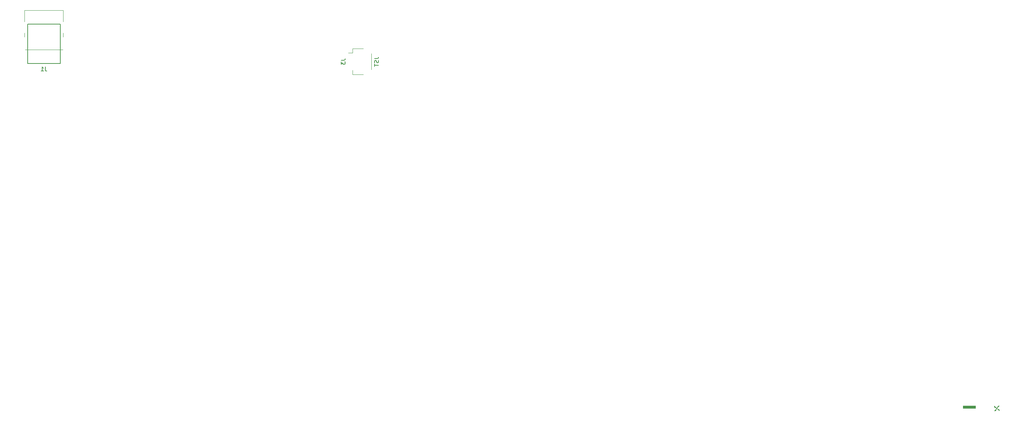
<source format=gbr>
G04 #@! TF.GenerationSoftware,KiCad,Pcbnew,(5.1.10-1-10_14)*
G04 #@! TF.CreationDate,2021-08-20T18:03:13+02:00*
G04 #@! TF.ProjectId,juliet,6a756c69-6574-42e6-9b69-6361645f7063,1*
G04 #@! TF.SameCoordinates,Original*
G04 #@! TF.FileFunction,Legend,Bot*
G04 #@! TF.FilePolarity,Positive*
%FSLAX46Y46*%
G04 Gerber Fmt 4.6, Leading zero omitted, Abs format (unit mm)*
G04 Created by KiCad (PCBNEW (5.1.10-1-10_14)) date 2021-08-20 18:03:13*
%MOMM*%
%LPD*%
G01*
G04 APERTURE LIST*
%ADD10C,0.150000*%
%ADD11C,0.120000*%
%ADD12C,0.100000*%
G04 APERTURE END LIST*
D10*
X32008968Y-54889127D02*
X24208968Y-54889127D01*
X32008968Y-54889127D02*
X32008968Y-64289127D01*
X32008968Y-64289127D02*
X24208968Y-64289127D01*
X24208968Y-64289127D02*
X24208968Y-54889127D01*
D11*
X23516968Y-51565127D02*
X32706968Y-51565127D01*
X23636968Y-60975127D02*
X32586968Y-60975127D01*
X32706968Y-54295127D02*
X32706968Y-51565127D01*
X23516968Y-54295127D02*
X23516968Y-51565127D01*
X32706968Y-57895127D02*
X32706968Y-56995127D01*
X23516968Y-57895127D02*
X23516968Y-56995127D01*
D12*
G36*
X255578750Y-146585000D02*
G01*
X254978750Y-145985000D01*
X254978750Y-146285000D01*
X255578750Y-146585000D01*
G37*
X255578750Y-146585000D02*
X254978750Y-145985000D01*
X254978750Y-146285000D01*
X255578750Y-146585000D01*
G36*
X255578750Y-146585000D02*
G01*
X254978750Y-147185000D01*
X255278750Y-147185000D01*
X255578750Y-146585000D01*
G37*
X255578750Y-146585000D02*
X254978750Y-147185000D01*
X255278750Y-147185000D01*
X255578750Y-146585000D01*
G36*
X255578750Y-146585000D02*
G01*
X256178750Y-147185000D01*
X256178750Y-146885000D01*
X255578750Y-146585000D01*
G37*
X255578750Y-146585000D02*
X256178750Y-147185000D01*
X256178750Y-146885000D01*
X255578750Y-146585000D01*
G36*
X255578750Y-146585000D02*
G01*
X256178750Y-145985000D01*
X255878750Y-145985000D01*
X255578750Y-146585000D01*
G37*
X255578750Y-146585000D02*
X256178750Y-145985000D01*
X255878750Y-145985000D01*
X255578750Y-146585000D01*
D11*
G36*
X247478750Y-146585000D02*
G01*
X250478750Y-146585000D01*
X250478750Y-145985000D01*
X247478750Y-145985000D01*
X247478750Y-146585000D01*
G37*
X247478750Y-146585000D02*
X250478750Y-146585000D01*
X250478750Y-145985000D01*
X247478750Y-145985000D01*
X247478750Y-146585000D01*
X104299375Y-60707500D02*
X101799375Y-60707500D01*
X101799375Y-60707500D02*
X101799375Y-61757500D01*
X101799375Y-61757500D02*
X100809375Y-61757500D01*
X104299375Y-66927500D02*
X101799375Y-66927500D01*
X101799375Y-66927500D02*
X101799375Y-65877500D01*
X106269375Y-61877500D02*
X106269375Y-65757500D01*
D10*
X28445301Y-65081507D02*
X28445301Y-65795793D01*
X28492920Y-65938650D01*
X28588158Y-66033888D01*
X28731015Y-66081507D01*
X28826253Y-66081507D01*
X27445301Y-66081507D02*
X28016729Y-66081507D01*
X27731015Y-66081507D02*
X27731015Y-65081507D01*
X27826253Y-65224365D01*
X27921491Y-65319603D01*
X28016729Y-65367222D01*
X99056755Y-63484166D02*
X99771041Y-63484166D01*
X99913898Y-63436547D01*
X100009136Y-63341309D01*
X100056755Y-63198452D01*
X100056755Y-63103214D01*
X99056755Y-63865119D02*
X99056755Y-64484166D01*
X99437708Y-64150833D01*
X99437708Y-64293690D01*
X99485327Y-64388928D01*
X99532946Y-64436547D01*
X99628184Y-64484166D01*
X99866279Y-64484166D01*
X99961517Y-64436547D01*
X100009136Y-64388928D01*
X100056755Y-64293690D01*
X100056755Y-64007976D01*
X100009136Y-63912738D01*
X99961517Y-63865119D01*
X107016755Y-63103214D02*
X107731041Y-63103214D01*
X107873898Y-63055595D01*
X107969136Y-62960357D01*
X108016755Y-62817500D01*
X108016755Y-62722261D01*
X107969136Y-63531785D02*
X108016755Y-63674642D01*
X108016755Y-63912738D01*
X107969136Y-64007976D01*
X107921517Y-64055595D01*
X107826279Y-64103214D01*
X107731041Y-64103214D01*
X107635803Y-64055595D01*
X107588184Y-64007976D01*
X107540565Y-63912738D01*
X107492946Y-63722261D01*
X107445327Y-63627023D01*
X107397708Y-63579404D01*
X107302470Y-63531785D01*
X107207232Y-63531785D01*
X107111994Y-63579404D01*
X107064375Y-63627023D01*
X107016755Y-63722261D01*
X107016755Y-63960357D01*
X107064375Y-64103214D01*
X107016755Y-64388928D02*
X107016755Y-64960357D01*
X108016755Y-64674642D02*
X107016755Y-64674642D01*
M02*

</source>
